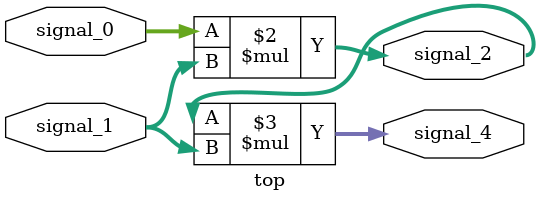
<source format=v>
module top(
	input signed [31:0] signal_0,
	input signed [31:0] signal_1,
	output reg [31:0] signal_2,
	output reg [31:0] signal_4,
);
	always @(*) begin
		signal_2 = signal_0*signal_1;
		signal_4 = signal_2*signal_1;
	end
endmodule
</source>
